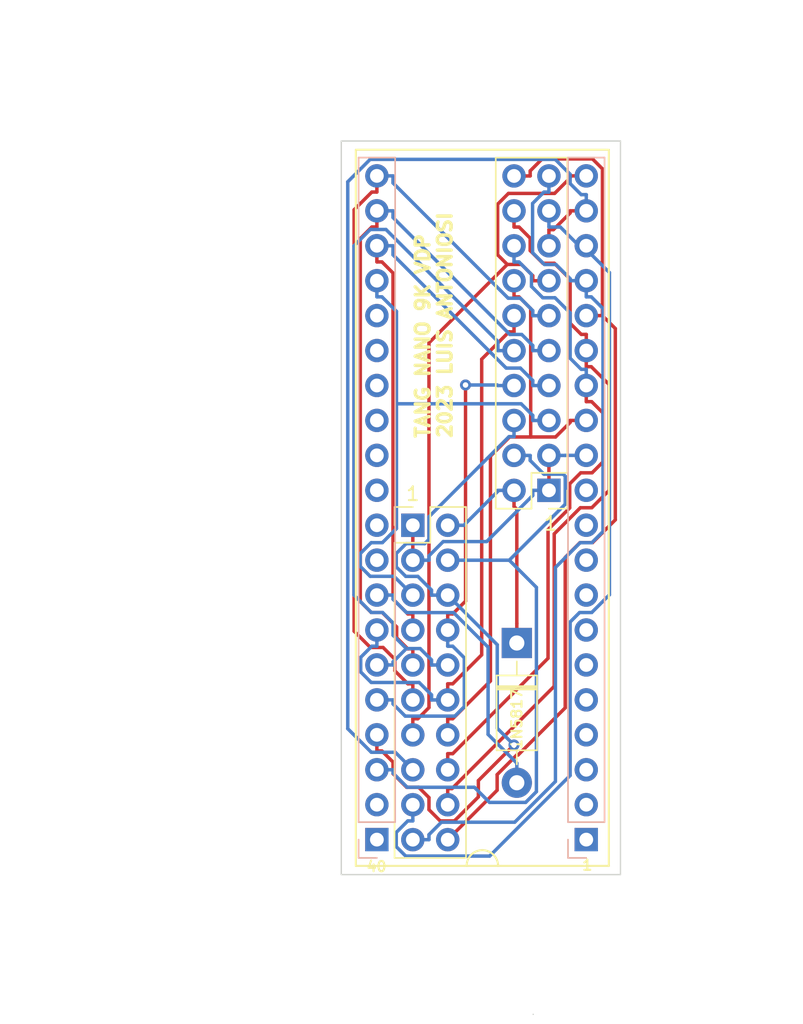
<source format=kicad_pcb>
(kicad_pcb (version 20221018) (generator pcbnew)
  (layers (0 "F.Cu" signal) (31 "B.Cu" signal) (34 "B.Paste" user) (35 "F.Paste" user) (36 "B.SilkS" user "B.Silkscreen") (37 "F.SilkS" user "F.Silkscreen") (38 "B.Mask" user) (39 "F.Mask" user) (44 "Edge.Cuts" user))
  (net 0 "")
  (net 1 "GND")
  (net 12 "VCC")
  (net 24 "COMVID")
  (net 25 "MODE")
  (net 26 "~{CSW}")
  (net 27 "~{CSR}")
  (net 28 "~{INT}")
  (net 29 "CD7")
  (net 30 "CD6")
  (net 31 "CD5")
  (net 32 "CD4")
  (net 33 "CD3")
  (net 34 "CD2")
  (net 35 "CD1")
  (net 36 "CD0")
  (net 37 "~{RESET}")
  (net 38 "GROMCLK")
  (net 39 "CPUCLK")
  (net 40 "EXTVDP")
  (net 41 "VCCO")
  (footprint "Diode_THT:D_DO-41_SOD81_P10.16mm_Horizontal" (layer "F.Cu") (at 172.1612 84.1248 -90)
    (fp_text reference "D1" hide)
    (fp_text value "1N5817")
    (fp_text user "${VALUE}" (at 5.5372 0 90) (layer "F.SilkS") (effects (font (size 0.75 0.75))))
    (fp_line (start 1.34 0) (end 2.36 0) (stroke (width 0.12)) (layer "F.SilkS"))
    (fp_line (start 2.36 -1.47) (end 2.36 1.47) (stroke (width 0.12)) (layer "F.SilkS"))
    (fp_line (start 2.36 1.47) (end 7.8 1.47) (stroke (width 0.12)) (layer "F.SilkS"))
    (fp_line (start 3.14 -1.47) (end 3.14 1.47) (stroke (width 0.12)) (layer "F.SilkS"))
    (fp_line (start 3.26 -1.47) (end 3.26 1.47) (stroke (width 0.12)) (layer "F.SilkS"))
    (fp_line (start 3.38 -1.47) (end 3.38 1.47) (stroke (width 0.12)) (layer "F.SilkS"))
    (fp_line (start 7.8 -1.47) (end 2.36 -1.47) (stroke (width 0.12)) (layer "F.SilkS"))
    (fp_line (start 7.8 1.47) (end 7.8 -1.47) (stroke (width 0.12)) (layer "F.SilkS"))
    (fp_line (start 8.82 0) (end 7.8 0) (stroke (width 0.12)) (layer "F.SilkS"))
    (pad "1" thru_hole rect (at 0 0 270) (size 2.2 2.2) (drill 1.1) (layers "*.Cu" "*.Mask") (net 41 "VCCO"))
    (pad "2" thru_hole oval (at 10.16 0 270) (size 2.2 2.2) (drill 1.1) (layers "*.Cu" "*.Mask") (net 12 "VCC"))
  )
  (footprint "Connector_PinHeader_2.54mm:PinHeader_2x10_P2.54mm_Vertical" (layer "F.Cu") (at 164.592 75.565)
    (fp_text reference "J3" hide)
    (fp_text value "Conn_02x10_Odd_Even")
    (fp_text user "1" (at 0 -2.286 180) (layer "F.SilkS"))
    (fp_line (start -1.33 -1.33) (end 0 -1.33) (stroke (width 0.12)) (layer "F.SilkS"))
    (fp_line (start -1.33 0) (end -1.33 -1.33) (stroke (width 0.12)) (layer "F.SilkS"))
    (fp_line (start -1.33 1.27) (end -1.33 24.19) (stroke (width 0.12)) (layer "F.SilkS"))
    (fp_line (start -1.33 1.27) (end 1.27 1.27) (stroke (width 0.12)) (layer "F.SilkS"))
    (fp_line (start -1.33 24.19) (end 3.87 24.19) (stroke (width 0.12)) (layer "F.SilkS"))
    (fp_line (start 1.27 -1.33) (end 3.87 -1.33) (stroke (width 0.12)) (layer "F.SilkS"))
    (fp_line (start 1.27 1.27) (end 1.27 -1.33) (stroke (width 0.12)) (layer "F.SilkS"))
    (fp_line (start 3.87 -1.33) (end 3.87 24.19) (stroke (width 0.12)) (layer "F.SilkS"))
    (pad "1" thru_hole rect (at 0 0) (size 1.7 1.7) (drill 1) (layers "*.Cu" "*.Mask") (net 1 "GND"))
    (pad "2" thru_hole oval (at 2.54 0) (size 1.7 1.7) (drill 1) (layers "*.Cu" "*.Mask") (net 41 "VCCO"))
    (pad "3" thru_hole oval (at 0 2.54) (size 1.7 1.7) (drill 1) (layers "*.Cu" "*.Mask") (net 1 "GND"))
    (pad "4" thru_hole oval (at 2.54 2.54) (size 1.7 1.7) (drill 1) (layers "*.Cu" "*.Mask") (net 39 "CPUCLK"))
    (pad "5" thru_hole oval (at 0 5.08) (size 1.7 1.7) (drill 1) (layers "*.Cu" "*.Mask") (net 36 "CD0"))
    (pad "6" thru_hole oval (at 2.54 5.08) (size 1.7 1.7) (drill 1) (layers "*.Cu" "*.Mask") (net 38 "GROMCLK"))
    (pad "7" thru_hole oval (at 0 7.62) (size 1.7 1.7) (drill 1) (layers "*.Cu" "*.Mask") (net 35 "CD1"))
    (pad "8" thru_hole oval (at 2.54 7.62) (size 1.7 1.7) (drill 1) (layers "*.Cu" "*.Mask") (net 24 "COMVID"))
    (pad "9" thru_hole oval (at 0 10.16) (size 1.7 1.7) (drill 1) (layers "*.Cu" "*.Mask") (net 34 "CD2"))
    (pad "10" thru_hole oval (at 2.54 10.16) (size 1.7 1.7) (drill 1) (layers "*.Cu" "*.Mask") (net 40 "EXTVDP"))
    (pad "11" thru_hole oval (at 0 12.7) (size 1.7 1.7) (drill 1) (layers "*.Cu" "*.Mask") (net 33 "CD3"))
    (pad "12" thru_hole oval (at 2.54 12.7) (size 1.7 1.7) (drill 1) (layers "*.Cu" "*.Mask") (net 37 "~{RESET}"))
    (pad "13" thru_hole oval (at 0 15.24) (size 1.7 1.7) (drill 1) (layers "*.Cu" "*.Mask") (net 32 "CD4"))
    (pad "14" thru_hole oval (at 2.54 15.24) (size 1.7 1.7) (drill 1) (layers "*.Cu" "*.Mask") (net 25 "MODE"))
    (pad "15" thru_hole oval (at 0 17.78) (size 1.7 1.7) (drill 1) (layers "*.Cu" "*.Mask") (net 31 "CD5"))
    (pad "16" thru_hole oval (at 2.54 17.78) (size 1.7 1.7) (drill 1) (layers "*.Cu" "*.Mask") (net 26 "~{CSW}"))
    (pad "17" thru_hole oval (at 0 20.32) (size 1.7 1.7) (drill 1) (layers "*.Cu" "*.Mask") (net 30 "CD6"))
    (pad "18" thru_hole oval (at 2.54 20.32) (size 1.7 1.7) (drill 1) (layers "*.Cu" "*.Mask") (net 27 "~{CSR}"))
    (pad "19" thru_hole oval (at 0 22.86) (size 1.7 1.7) (drill 1) (layers "*.Cu" "*.Mask") (net 29 "CD7"))
    (pad "20" thru_hole oval (at 2.54 22.86) (size 1.7 1.7) (drill 1) (layers "*.Cu" "*.Mask") (net 28 "~{INT}"))
  )
  (footprint "Connector_PinHeader_2.54mm:PinHeader_2x10_P2.54mm_Vertical" (layer "F.Cu") (at 174.498 73.025 180)
    (fp_text reference "J4" hide)
    (fp_text value "Conn_02x10_Odd_Even")
    (fp_text user "1" (at -0.127 -2.413 180) (layer "F.SilkS"))
    (fp_line (start -1.33 -1.33) (end 0 -1.33) (stroke (width 0.12)) (layer "F.SilkS"))
    (fp_line (start -1.33 0) (end -1.33 -1.33) (stroke (width 0.12)) (layer "F.SilkS"))
    (fp_line (start -1.33 1.27) (end -1.33 24.19) (stroke (width 0.12)) (layer "F.SilkS"))
    (fp_line (start -1.33 1.27) (end 1.27 1.27) (stroke (width 0.12)) (layer "F.SilkS"))
    (fp_line (start -1.33 24.19) (end 3.87 24.19) (stroke (width 0.12)) (layer "F.SilkS"))
    (fp_line (start 1.27 -1.33) (end 3.87 -1.33) (stroke (width 0.12)) (layer "F.SilkS"))
    (fp_line (start 1.27 1.27) (end 1.27 -1.33) (stroke (width 0.12)) (layer "F.SilkS"))
    (fp_line (start 3.87 -1.33) (end 3.87 24.19) (stroke (width 0.12)) (layer "F.SilkS"))
    (pad "1" thru_hole rect (at 0 0 180) (size 1.7 1.7) (drill 1) (layers "*.Cu" "*.Mask") (net 1 "GND"))
    (pad "2" thru_hole oval (at 2.54 0 180) (size 1.7 1.7) (drill 1) (layers "*.Cu" "*.Mask") (net 41 "VCCO"))
    (pad "3" thru_hole oval (at 0 2.54 180) (size 1.7 1.7) (drill 1) (layers "*.Cu" "*.Mask") (net 1 "GND"))
    (pad "4" thru_hole oval (at 2.54 2.54 180) (size 1.7 1.7) (drill 1) (layers "*.Cu" "*.Mask") (net 39 "CPUCLK"))
    (pad "5" thru_hole oval (at 0 5.08 180) (size 1.7 1.7) (drill 1) (layers "*.Cu" "*.Mask") (net 36 "CD0"))
    (pad "6" thru_hole oval (at 2.54 5.08 180) (size 1.7 1.7) (drill 1) (layers "*.Cu" "*.Mask") (net 38 "GROMCLK"))
    (pad "7" thru_hole oval (at 0 7.62 180) (size 1.7 1.7) (drill 1) (layers "*.Cu" "*.Mask") (net 35 "CD1"))
    (pad "8" thru_hole oval (at 2.54 7.62 180) (size 1.7 1.7) (drill 1) (layers "*.Cu" "*.Mask") (net 24 "COMVID"))
    (pad "9" thru_hole oval (at 0 10.16 180) (size 1.7 1.7) (drill 1) (layers "*.Cu" "*.Mask") (net 34 "CD2"))
    (pad "10" thru_hole oval (at 2.54 10.16 180) (size 1.7 1.7) (drill 1) (layers "*.Cu" "*.Mask") (net 40 "EXTVDP"))
    (pad "11" thru_hole oval (at 0 12.7 180) (size 1.7 1.7) (drill 1) (layers "*.Cu" "*.Mask") (net 33 "CD3"))
    (pad "12" thru_hole oval (at 2.54 12.7 180) (size 1.7 1.7) (drill 1) (layers "*.Cu" "*.Mask") (net 37 "~{RESET}"))
    (pad "13" thru_hole oval (at 0 15.24 180) (size 1.7 1.7) (drill 1) (layers "*.Cu" "*.Mask") (net 32 "CD4"))
    (pad "14" thru_hole oval (at 2.54 15.24 180) (size 1.7 1.7) (drill 1) (layers "*.Cu" "*.Mask") (net 25 "MODE"))
    (pad "15" thru_hole oval (at 0 17.78 180) (size 1.7 1.7) (drill 1) (layers "*.Cu" "*.Mask") (net 31 "CD5"))
    (pad "16" thru_hole oval (at 2.54 17.78 180) (size 1.7 1.7) (drill 1) (layers "*.Cu" "*.Mask") (net 26 "~{CSW}"))
    (pad "17" thru_hole oval (at 0 20.32 180) (size 1.7 1.7) (drill 1) (layers "*.Cu" "*.Mask") (net 30 "CD6"))
    (pad "18" thru_hole oval (at 2.54 20.32 180) (size 1.7 1.7) (drill 1) (layers "*.Cu" "*.Mask") (net 27 "~{CSR}"))
    (pad "19" thru_hole oval (at 0 22.86 180) (size 1.7 1.7) (drill 1) (layers "*.Cu" "*.Mask") (net 29 "CD7"))
    (pad "20" thru_hole oval (at 2.54 22.86 180) (size 1.7 1.7) (drill 1) (layers "*.Cu" "*.Mask") (net 28 "~{INT}"))
  )
  (footprint "Connector_PinHeader_2.54mm:PinHeader_1x20_P2.54mm_Vertical" (layer "B.Cu") (at 161.9758 98.42)
    (fp_text reference "J2" hide)
    (fp_text value "Conn_01x20")
    (fp_text user "1" (at 15.3162 1.8592) (layer "F.SilkS") (effects (font (size 0.75 0.75))))
    (fp_text user "40" (at -0.0254 1.9608) (layer "F.SilkS") (effects (font (size 0.75 0.75))))
    (fp_line (start -1.33 -49.59) (end 1.33 -49.59) (stroke (width 0.12)) (layer "B.SilkS"))
    (fp_line (start -1.33 -1.27) (end -1.33 -49.59) (stroke (width 0.12)) (layer "B.SilkS"))
    (fp_line (start -1.33 -1.27) (end 1.33 -1.27) (stroke (width 0.12)) (layer "B.SilkS"))
    (fp_line (start -1.33 0) (end -1.33 1.33) (stroke (width 0.12)) (layer "B.SilkS"))
    (fp_line (start -1.33 1.33) (end 0 1.33) (stroke (width 0.12)) (layer "B.SilkS"))
    (fp_line (start 1.33 -1.27) (end 1.33 -49.59) (stroke (width 0.12)) (layer "B.SilkS"))
    (pad "1" thru_hole rect (at 0 0) (size 1.7 1.7) (drill 1) (layers "*.Cu" "*.Mask"))
    (pad "2" thru_hole oval (at 0 -2.54) (size 1.7 1.7) (drill 1) (layers "*.Cu" "*.Mask"))
    (pad "3" thru_hole oval (at 0 -5.08) (size 1.7 1.7) (drill 1) (layers "*.Cu" "*.Mask") (net 39 "CPUCLK"))
    (pad "4" thru_hole oval (at 0 -7.62) (size 1.7 1.7) (drill 1) (layers "*.Cu" "*.Mask") (net 38 "GROMCLK"))
    (pad "5" thru_hole oval (at 0 -10.16) (size 1.7 1.7) (drill 1) (layers "*.Cu" "*.Mask") (net 24 "COMVID"))
    (pad "6" thru_hole oval (at 0 -12.7) (size 1.7 1.7) (drill 1) (layers "*.Cu" "*.Mask") (net 40 "EXTVDP"))
    (pad "7" thru_hole oval (at 0 -15.24) (size 1.7 1.7) (drill 1) (layers "*.Cu" "*.Mask") (net 37 "~{RESET}"))
    (pad "8" thru_hole oval (at 0 -17.78) (size 1.7 1.7) (drill 1) (layers "*.Cu" "*.Mask") (net 12 "VCC"))
    (pad "9" thru_hole oval (at 0 -20.32) (size 1.7 1.7) (drill 1) (layers "*.Cu" "*.Mask"))
    (pad "10" thru_hole oval (at 0 -22.86) (size 1.7 1.7) (drill 1) (layers "*.Cu" "*.Mask"))
    (pad "11" thru_hole oval (at 0 -25.4) (size 1.7 1.7) (drill 1) (layers "*.Cu" "*.Mask"))
    (pad "12" thru_hole oval (at 0 -27.94) (size 1.7 1.7) (drill 1) (layers "*.Cu" "*.Mask"))
    (pad "13" thru_hole oval (at 0 -30.48) (size 1.7 1.7) (drill 1) (layers "*.Cu" "*.Mask"))
    (pad "14" thru_hole oval (at 0 -33.02) (size 1.7 1.7) (drill 1) (layers "*.Cu" "*.Mask"))
    (pad "15" thru_hole oval (at 0 -35.56) (size 1.7 1.7) (drill 1) (layers "*.Cu" "*.Mask"))
    (pad "16" thru_hole oval (at 0 -38.1) (size 1.7 1.7) (drill 1) (layers "*.Cu" "*.Mask"))
    (pad "17" thru_hole oval (at 0 -40.64) (size 1.7 1.7) (drill 1) (layers "*.Cu" "*.Mask") (net 36 "CD0"))
    (pad "18" thru_hole oval (at 0 -43.18) (size 1.7 1.7) (drill 1) (layers "*.Cu" "*.Mask") (net 35 "CD1"))
    (pad "19" thru_hole oval (at 0 -45.72) (size 1.7 1.7) (drill 1) (layers "*.Cu" "*.Mask") (net 34 "CD2"))
    (pad "20" thru_hole oval (at 0 -48.26) (size 1.7 1.7) (drill 1) (layers "*.Cu" "*.Mask") (net 33 "CD3"))
  )
  (footprint "Connector_PinHeader_2.54mm:PinHeader_1x20_P2.54mm_Vertical" (layer "B.Cu") (at 177.2158 98.42)
    (fp_text reference "J1" hide)
    (fp_text value "Conn_01x20")
    (fp_line (start -1.33 -49.59) (end 1.33 -49.59) (stroke (width 0.12)) (layer "B.SilkS"))
    (fp_line (start -1.33 -1.27) (end -1.33 -49.59) (stroke (width 0.12)) (layer "B.SilkS"))
    (fp_line (start -1.33 -1.27) (end 1.33 -1.27) (stroke (width 0.12)) (layer "B.SilkS"))
    (fp_line (start -1.33 0) (end -1.33 1.33) (stroke (width 0.12)) (layer "B.SilkS"))
    (fp_line (start -1.33 1.33) (end 0 1.33) (stroke (width 0.12)) (layer "B.SilkS"))
    (fp_line (start 1.33 -1.27) (end 1.33 -49.59) (stroke (width 0.12)) (layer "B.SilkS"))
    (pad "1" thru_hole rect (at 0 0) (size 1.7 1.7) (drill 1) (layers "*.Cu" "*.Mask"))
    (pad "2" thru_hole oval (at 0 -2.54) (size 1.7 1.7) (drill 1) (layers "*.Cu" "*.Mask"))
    (pad "3" thru_hole oval (at 0 -5.08) (size 1.7 1.7) (drill 1) (layers "*.Cu" "*.Mask"))
    (pad "4" thru_hole oval (at 0 -7.62) (size 1.7 1.7) (drill 1) (layers "*.Cu" "*.Mask"))
    (pad "5" thru_hole oval (at 0 -10.16) (size 1.7 1.7) (drill 1) (layers "*.Cu" "*.Mask"))
    (pad "6" thru_hole oval (at 0 -12.7) (size 1.7 1.7) (drill 1) (layers "*.Cu" "*.Mask"))
    (pad "7" thru_hole oval (at 0 -15.24) (size 1.7 1.7) (drill 1) (layers "*.Cu" "*.Mask"))
    (pad "8" thru_hole oval (at 0 -17.78) (size 1.7 1.7) (drill 1) (layers "*.Cu" "*.Mask"))
    (pad "9" thru_hole oval (at 0 -20.32) (size 1.7 1.7) (drill 1) (layers "*.Cu" "*.Mask"))
    (pad "10" thru_hole oval (at 0 -22.86) (size 1.7 1.7) (drill 1) (layers "*.Cu" "*.Mask"))
    (pad "11" thru_hole oval (at 0 -25.4) (size 1.7 1.7) (drill 1) (layers "*.Cu" "*.Mask"))
    (pad "12" thru_hole oval (at 0 -27.94) (size 1.7 1.7) (drill 1) (layers "*.Cu" "*.Mask") (net 1 "GND"))
    (pad "13" thru_hole oval (at 0 -30.48) (size 1.7 1.7) (drill 1) (layers "*.Cu" "*.Mask") (net 25 "MODE"))
    (pad "14" thru_hole oval (at 0 -33.02) (size 1.7 1.7) (drill 1) (layers "*.Cu" "*.Mask") (net 26 "~{CSW}"))
    (pad "15" thru_hole oval (at 0 -35.56) (size 1.7 1.7) (drill 1) (layers "*.Cu" "*.Mask") (net 27 "~{CSR}"))
    (pad "16" thru_hole oval (at 0 -38.1) (size 1.7 1.7) (drill 1) (layers "*.Cu" "*.Mask") (net 28 "~{INT}"))
    (pad "17" thru_hole oval (at 0 -40.64) (size 1.7 1.7) (drill 1) (layers "*.Cu" "*.Mask") (net 29 "CD7"))
    (pad "18" thru_hole oval (at 0 -43.18) (size 1.7 1.7) (drill 1) (layers "*.Cu" "*.Mask") (net 30 "CD6"))
    (pad "19" thru_hole oval (at 0 -45.72) (size 1.7 1.7) (drill 1) (layers "*.Cu" "*.Mask") (net 31 "CD5"))
    (pad "20" thru_hole oval (at 0 -48.26) (size 1.7 1.7) (drill 1) (layers "*.Cu" "*.Mask") (net 32 "CD4"))
  )
  (gr_line (start 160.4441 48.26) (end 178.8591 48.26) (stroke (width 0.15)) (layer "F.SilkS"))
  (gr_line (start 160.4441 48.26) (end 160.4441 100.33) (stroke (width 0.15)) (layer "F.SilkS"))
  (gr_line (start 160.4441 100.33) (end 178.8591 100.33) (stroke (width 0.15)) (layer "F.SilkS"))
  (gr_arc (start 168.506838 100.33) (mid 169.6516 99.185238) (end 170.796362 100.33) (stroke (width 0.15)) (layer "F.SilkS"))
  (gr_line (start 178.8591 48.26) (end 178.8591 100.33) (stroke (width 0.15)) (layer "F.SilkS"))
  (gr_line (start 159.385 100.965) (end 159.385 47.625) (stroke (width 0.1)) (layer "Edge.Cuts"))
  (gr_line (start 173.355 111.125) (end 173.355 111.125) (stroke (width 0.1)) (layer "Edge.Cuts"))
  (gr_line (start 179.705 100.965) (end 159.385 100.965) (stroke (width 0.1)) (layer "Edge.Cuts"))
  (gr_line (start 179.705 47.625) (end 179.705 100.965) (stroke (width 0.1)) (layer "Edge.Cuts"))
  (gr_line (start 179.705 47.625) (end 159.385 47.625) (stroke (width 0.1)) (layer "Edge.Cuts"))
  (gr_text "TANG NANO 9K VDP\n2023 LUIS ANTONIOSI" (at 167.513 69.342 90) (layer "F.SilkS") (effects (font (size 1 1) (thickness 0.25) bold) (justify left bottom)))
  (segment (start 174.498 70.485) (end 174.498 73.025) (width 0.25) (layer "F.Cu") (net 1))
  (segment (start 164.592 78.105) (end 164.592 75.565) (width 0.25) (layer "F.Cu") (net 1))
  (segment (start 174.498 70.485) (end 175.6731 70.485) (width 0.25) (layer "B.Cu") (net 1))
  (segment (start 166.8035 76.7508) (end 165.7671 77.7872) (width 0.25) (layer "B.Cu") (net 1))
  (segment (start 175.6781 70.48) (end 175.6731 70.485) (width 0.25) (layer "B.Cu") (net 1))
  (segment (start 169.9643 76.7508) (end 166.8035 76.7508) (width 0.25) (layer "B.Cu") (net 1))
  (segment (start 177.2158 70.48) (end 175.6781 70.48) (width 0.25) (layer "B.Cu") (net 1))
  (segment (start 165.7671 77.7872) (end 165.7671 78.105) (width 0.25) (layer "B.Cu") (net 1))
  (segment (start 174.498 73.025) (end 173.3229 73.025) (width 0.25) (layer "B.Cu") (net 1))
  (segment (start 164.592 78.105) (end 165.7671 78.105) (width 0.25) (layer "B.Cu") (net 1))
  (segment (start 173.3229 73.025) (end 173.3229 73.3922) (width 0.25) (layer "B.Cu") (net 1))
  (segment (start 173.3229 73.3922) (end 169.9643 76.7508) (width 0.25) (layer "B.Cu") (net 1))
  (segment (start 163.1509 80.64) (end 163.1509 80.9338) (width 0.25) (layer "B.Cu") (net 12))
  (segment (start 167.5587 81.915) (end 170.0702 84.4265) (width 0.25) (layer "B.Cu") (net 12))
  (segment (start 164.1321 81.915) (end 167.5587 81.915) (width 0.25) (layer "B.Cu") (net 12))
  (segment (start 170.0702 84.4265) (end 170.0702 90.7687) (width 0.25) (layer "B.Cu") (net 12))
  (segment (start 172.1612 94.2848) (end 172.1612 92.8597) (width 0.25) (layer "B.Cu") (net 12))
  (segment (start 161.9758 80.64) (end 163.1509 80.64) (width 0.25) (layer "B.Cu") (net 12))
  (segment (start 163.1509 80.9338) (end 164.1321 81.915) (width 0.25) (layer "B.Cu") (net 12))
  (segment (start 170.0702 90.7687) (end 172.1612 92.8597) (width 0.25) (layer "B.Cu") (net 12))
  (segment (start 168.4272 81.082) (end 168.4272 65.3642) (width 0.25) (layer "F.Cu") (net 24))
  (segment (start 167.132 82.0099) (end 167.4993 82.0099) (width 0.25) (layer "F.Cu") (net 24))
  (segment (start 167.132 83.185) (end 167.132 82.0099) (width 0.25) (layer "F.Cu") (net 24))
  (segment (start 167.4993 82.0099) (end 168.4272 81.082) (width 0.25) (layer "F.Cu") (net 24))
  (via (at 168.4272 65.3642) (size 0.8) (drill 0.4) (layers "F.Cu" "B.Cu") (net 24))
  (segment (start 167.4972 84.3601) (end 167.132 84.3601) (width 0.25) (layer "B.Cu") (net 24))
  (segment (start 170.7829 65.405) (end 170.7421 65.3642) (width 0.25) (layer "B.Cu") (net 24))
  (segment (start 161.9758 88.26) (end 163.1509 88.26) (width 0.25) (layer "B.Cu") (net 24))
  (segment (start 168.3383 85.2012) (end 167.4972 84.3601) (width 0.25) (layer "B.Cu") (net 24))
  (segment (start 168.3383 88.7543) (end 168.3383 85.2012) (width 0.25) (layer "B.Cu") (net 24))
  (segment (start 163.1509 88.5538) (end 164.0384 89.4413) (width 0.25) (layer "B.Cu") (net 24))
  (segment (start 167.6513 89.4413) (end 168.3383 88.7543) (width 0.25) (layer "B.Cu") (net 24))
  (segment (start 171.958 65.405) (end 170.7829 65.405) (width 0.25) (layer "B.Cu") (net 24))
  (segment (start 170.7421 65.3642) (end 168.4272 65.3642) (width 0.25) (layer "B.Cu") (net 24))
  (segment (start 163.1509 88.26) (end 163.1509 88.5538) (width 0.25) (layer "B.Cu") (net 24))
  (segment (start 167.132 83.185) (end 167.132 84.3601) (width 0.25) (layer "B.Cu") (net 24))
  (segment (start 164.0384 89.4413) (end 167.6513 89.4413) (width 0.25) (layer "B.Cu") (net 24))
  (segment (start 170.2416 70.5373) (end 171.6344 69.1445) (width 0.25) (layer "F.Cu") (net 25))
  (segment (start 173.1714 69.1445) (end 173.1714 59.8083) (width 0.25) (layer "F.Cu") (net 25))
  (segment (start 174.9831 69.1445) (end 173.1714 69.1445) (width 0.25) (layer "F.Cu") (net 25))
  (segment (start 167.132 90.805) (end 167.132 89.6299) (width 0.25) (layer "F.Cu") (net 25))
  (segment (start 167.4972 89.6299) (end 170.2416 86.8855) (width 0.25) (layer "F.Cu") (net 25))
  (segment (start 176.0407 67.94) (end 176.0407 68.0869) (width 0.25) (layer "F.Cu") (net 25))
  (segment (start 167.132 89.6299) (end 167.4972 89.6299) (width 0.25) (layer "F.Cu") (net 25))
  (segment (start 172.3232 58.9601) (end 171.958 58.9601) (width 0.25) (layer "F.Cu") (net 25))
  (segment (start 171.6344 69.1445) (end 173.1714 69.1445) (width 0.25) (layer "F.Cu") (net 25))
  (segment (start 177.2158 67.94) (end 176.0407 67.94) (width 0.25) (layer "F.Cu") (net 25))
  (segment (start 170.2416 86.8855) (end 170.2416 70.5373) (width 0.25) (layer "F.Cu") (net 25))
  (segment (start 171.958 57.785) (end 171.958 58.9601) (width 0.25) (layer "F.Cu") (net 25))
  (segment (start 173.1714 59.8083) (end 172.3232 58.9601) (width 0.25) (layer "F.Cu") (net 25))
  (segment (start 176.0407 68.0869) (end 174.9831 69.1445) (width 0.25) (layer "F.Cu") (net 25))
  (segment (start 177.2158 65.4) (end 177.2158 66.5751) (width 0.25) (layer "F.Cu") (net 26))
  (segment (start 174.4335 85.2336) (end 167.4972 92.1699) (width 0.25) (layer "F.Cu") (net 26))
  (segment (start 167.4972 92.1699) (end 167.132 92.1699) (width 0.25) (layer "F.Cu") (net 26))
  (segment (start 177.2158 66.5751) (end 177.6071 66.5751) (width 0.25) (layer "F.Cu") (net 26))
  (segment (start 176.0102 74.3042) (end 174.4335 75.8809) (width 0.25) (layer "F.Cu") (net 26))
  (segment (start 174.4335 75.8809) (end 174.4335 85.2336) (width 0.25) (layer "F.Cu") (net 26))
  (segment (start 176.0102 72.55) (end 176.0102 74.3042) (width 0.25) (layer "F.Cu") (net 26))
  (segment (start 178.4301 67.3981) (end 178.4301 70.9593) (width 0.25) (layer "F.Cu") (net 26))
  (segment (start 177.6071 66.5751) (end 178.4301 67.3981) (width 0.25) (layer "F.Cu") (net 26))
  (segment (start 178.4301 70.9593) (end 177.6394 71.75) (width 0.25) (layer "F.Cu") (net 26))
  (segment (start 176.8102 71.75) (end 176.0102 72.55) (width 0.25) (layer "F.Cu") (net 26))
  (segment (start 177.6394 71.75) (end 176.8102 71.75) (width 0.25) (layer "F.Cu") (net 26))
  (segment (start 167.132 93.345) (end 167.132 92.1699) (width 0.25) (layer "F.Cu") (net 26))
  (segment (start 176.0407 63.4171) (end 176.0407 60.1236) (width 0.25) (layer "B.Cu") (net 26))
  (segment (start 172.3232 56.4201) (end 171.958 56.4201) (width 0.25) (layer "B.Cu") (net 26))
  (segment (start 174.9397 59.0226) (end 174.0509 59.0226) (width 0.25) (layer "B.Cu") (net 26))
  (segment (start 176.0407 60.1236) (end 174.9397 59.0226) (width 0.25) (layer "B.Cu") (net 26))
  (segment (start 173.228 58.1997) (end 173.228 57.3249) (width 0.25) (layer "B.Cu") (net 26))
  (segment (start 177.2158 64.2249) (end 176.8485 64.2249) (width 0.25) (layer "B.Cu") (net 26))
  (segment (start 171.958 55.245) (end 171.958 56.4201) (width 0.25) (layer "B.Cu") (net 26))
  (segment (start 174.0509 59.0226) (end 173.228 58.1997) (width 0.25) (layer "B.Cu") (net 26))
  (segment (start 177.2158 65.4) (end 177.2158 64.2249) (width 0.25) (layer "B.Cu") (net 26))
  (segment (start 173.228 57.3249) (end 172.3232 56.4201) (width 0.25) (layer "B.Cu") (net 26))
  (segment (start 176.8485 64.2249) (end 176.0407 63.4171) (width 0.25) (layer "B.Cu") (net 26))
  (segment (start 178.8802 73.0277) (end 178.8802 65.3343) (width 0.25) (layer "F.Cu") (net 27))
  (segment (start 176.0407 60.8771) (end 176.0407 57.6645) (width 0.25) (layer "F.Cu") (net 27))
  (segment (start 177.2158 62.86) (end 177.2158 64.0351) (width 0.25) (layer "F.Cu") (net 27))
  (segment (start 177.581 64.0351) (end 177.2158 64.0351) (width 0.25) (layer "F.Cu") (net 27))
  (segment (start 176.7837 74.29) (end 177.6179 74.29) (width 0.25) (layer "F.Cu") (net 27))
  (segment (start 174.8837 76.19) (end 176.7837 74.29) (width 0.25) (layer "F.Cu") (net 27))
  (segment (start 174.8912 56.515) (end 174.0575 56.515) (width 0.25) (layer "F.Cu") (net 27))
  (segment (start 176.0407 57.6645) (end 174.8912 56.515) (width 0.25) (layer "F.Cu") (net 27))
  (segment (start 173.1332 55.5907) (end 173.1332 54.6901) (width 0.25) (layer "F.Cu") (net 27))
  (segment (start 176.8485 61.6849) (end 176.0407 60.8771) (width 0.25) (layer "F.Cu") (net 27))
  (segment (start 177.6179 74.29) (end 178.8802 73.0277) (width 0.25) (layer "F.Cu") (net 27))
  (segment (start 167.132 94.7099) (end 167.4453 94.7099) (width 0.25) (layer "F.Cu") (net 27))
  (segment (start 172.3232 53.8801) (end 171.958 53.8801) (width 0.25) (layer "F.Cu") (net 27))
  (segment (start 178.8802 65.3343) (end 177.581 64.0351) (width 0.25) (layer "F.Cu") (net 27))
  (segment (start 171.958 52.705) (end 171.958 53.8801) (width 0.25) (layer "F.Cu") (net 27))
  (segment (start 167.4453 94.7099) (end 174.8837 87.2715) (width 0.25) (layer "F.Cu") (net 27))
  (segment (start 173.1332 54.6901) (end 172.3232 53.8801) (width 0.25) (layer "F.Cu") (net 27))
  (segment (start 167.132 95.885) (end 167.132 94.7099) (width 0.25) (layer "F.Cu") (net 27))
  (segment (start 177.2158 61.6849) (end 176.8485 61.6849) (width 0.25) (layer "F.Cu") (net 27))
  (segment (start 174.0575 56.515) (end 173.1332 55.5907) (width 0.25) (layer "F.Cu") (net 27))
  (segment (start 177.2158 62.86) (end 177.2158 61.6849) (width 0.25) (layer "F.Cu") (net 27))
  (segment (start 174.8837 87.2715) (end 174.8837 76.19) (width 0.25) (layer "F.Cu") (net 27))
  (segment (start 179.3303 61.2594) (end 178.3909 60.32) (width 0.25) (layer "F.Cu") (net 28))
  (segment (start 170.7295 94.8275) (end 170.7295 93.6942) (width 0.25) (layer "F.Cu") (net 28))
  (segment (start 174.003 48.9279) (end 173.1331 49.7978) (width 0.25) (layer "F.Cu") (net 28))
  (segment (start 172.2558 92.2655) (end 175.6836 88.8377) (width 0.25) (layer "F.Cu") (net 28))
  (segment (start 179.3303 75.168) (end 179.3303 61.2594) (width 0.25) (layer "F.Cu") (net 28))
  (segment (start 171.958 50.165) (end 173.1331 50.165) (width 0.25) (layer "F.Cu") (net 28))
  (segment (start 176.7527 76.83) (end 177.6683 76.83) (width 0.25) (layer "F.Cu") (net 28))
  (segment (start 175.6836 77.8991) (end 176.7527 76.83) (width 0.25) (layer "F.Cu") (net 28))
  (segment (start 177.6683 76.83) (end 179.3303 75.168) (width 0.25) (layer "F.Cu") (net 28))
  (segment (start 167.132 98.425) (end 170.7295 94.8275) (width 0.25) (layer "F.Cu") (net 28))
  (segment (start 172.1582 92.2655) (end 172.2558 92.2655) (width 0.25) (layer "F.Cu") (net 28))
  (segment (start 177.6715 48.9279) (end 174.003 48.9279) (width 0.25) (layer "F.Cu") (net 28))
  (segment (start 177.2158 60.32) (end 178.3909 60.32) (width 0.25) (layer "F.Cu") (net 28))
  (segment (start 173.1331 49.7978) (end 173.1331 50.165) (width 0.25) (layer "F.Cu") (net 28))
  (segment (start 170.7295 93.6942) (end 172.1582 92.2655) (width 0.25) (layer "F.Cu") (net 28))
  (segment (start 175.6836 88.8377) (end 175.6836 77.8991) (width 0.25) (layer "F.Cu") (net 28))
  (segment (start 178.3909 49.6473) (end 177.6715 48.9279) (width 0.25) (layer "F.Cu") (net 28))
  (segment (start 178.3909 60.32) (end 178.3909 49.6473) (width 0.25) (layer "F.Cu") (net 28))
  (segment (start 177.2158 57.78) (end 177.2158 58.9551) (width 0.25) (layer "B.Cu") (net 29))
  (segment (start 173.3075 52.1653) (end 174.1327 51.3401) (width 0.25) (layer "B.Cu") (net 29))
  (segment (start 174.498 50.165) (end 174.498 51.3401) (width 0.25) (layer "B.Cu") (net 29))
  (segment (start 165.7671 98.425) (end 165.7671 98.0597) (width 0.25) (layer "B.Cu") (net 29))
  (segment (start 177.2158 57.78) (end 176.0407 57.78) (width 0.25) (layer "B.Cu") (net 29))
  (segment (start 174.9728 94.1912) (end 174.9728 78.632) (width 0.25) (layer "B.Cu") (net 29))
  (segment (start 177.6232 76.83) (end 178.4334 76.0198) (width 0.25) (layer "B.Cu") (net 29))
  (segment (start 176.0407 57.633) (end 175.0126 56.6049) (width 0.25) (layer "B.Cu") (net 29))
  (segment (start 176.0407 57.78) (end 176.0407 57.633) (width 0.25) (layer "B.Cu") (net 29))
  (segment (start 176.7748 76.83) (end 177.6232 76.83) (width 0.25) (layer "B.Cu") (net 29))
  (segment (start 178.4334 76.0198) (end 178.4334 59.8075) (width 0.25) (layer "B.Cu") (net 29))
  (segment (start 166.6718 97.155) (end 172.009 97.155) (width 0.25) (layer "B.Cu") (net 29))
  (segment (start 164.592 98.425) (end 165.7671 98.425) (width 0.25) (layer "B.Cu") (net 29))
  (segment (start 177.581 58.9551) (end 177.2158 58.9551) (width 0.25) (layer "B.Cu") (net 29))
  (segment (start 178.4334 59.8075) (end 177.581 58.9551) (width 0.25) (layer "B.Cu") (net 29))
  (segment (start 172.009 97.155) (end 174.9728 94.1912) (width 0.25) (layer "B.Cu") (net 29))
  (segment (start 174.1327 51.3401) (end 174.498 51.3401) (width 0.25) (layer "B.Cu") (net 29))
  (segment (start 173.3075 55.7392) (end 173.3075 52.1653) (width 0.25) (layer "B.Cu") (net 29))
  (segment (start 165.7671 98.0597) (end 166.6718 97.155) (width 0.25) (layer "B.Cu") (net 29))
  (segment (start 174.9728 78.632) (end 176.7748 76.83) (width 0.25) (layer "B.Cu") (net 29))
  (segment (start 174.1732 56.6049) (end 173.3075 55.7392) (width 0.25) (layer "B.Cu") (net 29))
  (segment (start 175.0126 56.6049) (end 174.1732 56.6049) (width 0.25) (layer "B.Cu") (net 29))
  (segment (start 177.6099 81.91) (end 178.9027 80.6172) (width 0.25) (layer "B.Cu") (net 30))
  (segment (start 178.9027 80.6172) (end 178.9027 57.1925) (width 0.25) (layer "B.Cu") (net 30))
  (segment (start 175.3246 53.8801) (end 174.498 53.8801) (width 0.25) (layer "B.Cu") (net 30))
  (segment (start 176.0406 93.7601) (end 176.0406 82.5965) (width 0.25) (layer "B.Cu") (net 30))
  (segment (start 164.0736 99.6173) (end 170.1834 99.6173) (width 0.25) (layer "B.Cu") (net 30))
  (segment (start 176.7271 81.91) (end 177.6099 81.91) (width 0.25) (layer "B.Cu") (net 30))
  (segment (start 164.592 97.0601) (end 164.2267 97.0601) (width 0.25) (layer "B.Cu") (net 30))
  (segment (start 163.3859 97.9009) (end 163.3859 98.9296) (width 0.25) (layer "B.Cu") (net 30))
  (segment (start 164.592 95.885) (end 164.592 97.0601) (width 0.25) (layer "B.Cu") (net 30))
  (segment (start 176.6845 55.24) (end 175.3246 53.8801) (width 0.25) (layer "B.Cu") (net 30))
  (segment (start 176.0406 82.5965) (end 176.7271 81.91) (width 0.25) (layer "B.Cu") (net 30))
  (segment (start 178.9027 57.1925) (end 176.9502 55.24) (width 0.25) (layer "B.Cu") (net 30))
  (segment (start 170.1834 99.6173) (end 176.0406 93.7601) (width 0.25) (layer "B.Cu") (net 30))
  (segment (start 176.9502 55.24) (end 176.6845 55.24) (width 0.25) (layer "B.Cu") (net 30))
  (segment (start 177.2158 55.24) (end 176.9502 55.24) (width 0.25) (layer "B.Cu") (net 30))
  (segment (start 163.3859 98.9296) (end 164.0736 99.6173) (width 0.25) (layer "B.Cu") (net 30))
  (segment (start 174.498 52.705) (end 174.498 53.8801) (width 0.25) (layer "B.Cu") (net 30))
  (segment (start 164.2267 97.0601) (end 163.3859 97.9009) (width 0.25) (layer "B.Cu") (net 30))
  (segment (start 174.498 55.245) (end 174.498 54.0699) (width 0.25) (layer "F.Cu") (net 31))
  (segment (start 176.0407 52.8571) (end 174.8279 54.0699) (width 0.25) (layer "F.Cu") (net 31))
  (segment (start 174.8279 54.0699) (end 174.498 54.0699) (width 0.25) (layer "F.Cu") (net 31))
  (segment (start 176.0407 52.7) (end 176.0407 52.8571) (width 0.25) (layer "F.Cu") (net 31))
  (segment (start 177.2158 52.7) (end 176.0407 52.7) (width 0.25) (layer "F.Cu") (net 31))
  (segment (start 176.8485 51.5249) (end 176.0407 50.7171) (width 0.25) (layer "B.Cu") (net 31))
  (segment (start 177.2158 52.7) (end 177.2158 51.5249) (width 0.25) (layer "B.Cu") (net 31))
  (segment (start 176.0407 50.0416) (end 174.9594 48.9603) (width 0.25) (layer "B.Cu") (net 31))
  (segment (start 161.4861 48.9603) (end 159.8564 50.59) (width 0.25) (layer "B.Cu") (net 31))
  (segment (start 163.317 92.07) (end 164.592 93.345) (width 0.25) (layer "B.Cu") (net 31))
  (segment (start 159.8564 90.356) (end 161.5704 92.07) (width 0.25) (layer "B.Cu") (net 31))
  (segment (start 174.9594 48.9603) (end 161.4861 48.9603) (width 0.25) (layer "B.Cu") (net 31))
  (segment (start 159.8564 50.59) (end 159.8564 90.356) (width 0.25) (layer "B.Cu") (net 31))
  (segment (start 161.5704 92.07) (end 163.317 92.07) (width 0.25) (layer "B.Cu") (net 31))
  (segment (start 177.2158 51.5249) (end 176.8485 51.5249) (width 0.25) (layer "B.Cu") (net 31))
  (segment (start 176.0407 50.7171) (end 176.0407 50.0416) (width 0.25) (layer "B.Cu") (net 31))
  (segment (start 171.4672 56.5999) (end 172.503 56.5999) (width 0.25) (layer "F.Cu") (net 32))
  (segment (start 174.9126 51.435) (end 171.5514 51.435) (width 0.25) (layer "F.Cu") (net 32))
  (segment (start 177.2158 50.16) (end 176.0407 50.16) (width 0.25) (layer "F.Cu") (net 32))
  (segment (start 164.592 90.805) (end 164.592 89.6299) (width 0.25) (layer "F.Cu") (net 32))
  (segment (start 164.592 89.6299) (end 164.9593 89.6299) (width 0.25) (layer "F.Cu") (net 32))
  (segment (start 165.7671 62.3) (end 171.4672 56.5999) (width 0.25) (layer "F.Cu") (net 32))
  (segment (start 172.503 56.5999) (end 173.3229 57.4198) (width 0.25) (layer "F.Cu") (net 32))
  (segment (start 165.7671 88.8221) (end 165.7671 62.3) (width 0.25) (layer "F.Cu") (net 32))
  (segment (start 173.3229 57.4198) (end 173.3229 57.785) (width 0.25) (layer "F.Cu") (net 32))
  (segment (start 176.0407 50.16) (end 176.0407 50.3069) (width 0.25) (layer "F.Cu") (net 32))
  (segment (start 176.0407 50.3069) (end 174.9126 51.435) (width 0.25) (layer "F.Cu") (net 32))
  (segment (start 164.9593 89.6299) (end 165.7671 88.8221) (width 0.25) (layer "F.Cu") (net 32))
  (segment (start 174.498 57.785) (end 173.3229 57.785) (width 0.25) (layer "F.Cu") (net 32))
  (segment (start 170.765 55.8977) (end 171.4672 56.5999) (width 0.25) (layer "F.Cu") (net 32))
  (segment (start 171.5514 51.435) (end 170.765 52.2214) (width 0.25) (layer "F.Cu") (net 32))
  (segment (start 170.765 52.2214) (end 170.765 55.8977) (width 0.25) (layer "F.Cu") (net 32))
  (segment (start 161.9758 51.3351) (end 161.6086 51.3351) (width 0.25) (layer "F.Cu") (net 33))
  (segment (start 162.4289 84.45) (end 163.2814 85.3025) (width 0.25) (layer "F.Cu") (net 33))
  (segment (start 160.3182 52.6255) (end 160.3182 83.264) (width 0.25) (layer "F.Cu") (net 33))
  (segment (start 164.592 88.265) (end 164.592 87.0899) (width 0.25) (layer "F.Cu") (net 33))
  (segment (start 161.5042 84.45) (end 162.4289 84.45) (width 0.25) (layer "F.Cu") (net 33))
  (segment (start 160.3182 83.264) (end 161.5042 84.45) (width 0.25) (layer "F.Cu") (net 33))
  (segment (start 164.2267 87.0899) (end 164.592 87.0899) (width 0.25) (layer "F.Cu") (net 33))
  (segment (start 163.2814 86.1446) (end 164.2267 87.0899) (width 0.25) (layer "F.Cu") (net 33))
  (segment (start 163.2814 85.3025) (end 163.2814 86.1446) (width 0.25) (layer "F.Cu") (net 33))
  (segment (start 161.9758 50.16) (end 161.9758 51.3351) (width 0.25) (layer "F.Cu") (net 33))
  (segment (start 161.6086 51.3351) (end 160.3182 52.6255) (width 0.25) (layer "F.Cu") (net 33))
  (segment (start 173.3229 59.9598) (end 173.3229 60.325) (width 0.25) (layer "B.Cu") (net 33))
  (segment (start 172.4181 59.055) (end 173.3229 59.9598) (width 0.25) (layer "B.Cu") (net 33))
  (segment (start 174.498 60.325) (end 173.3229 60.325) (width 0.25) (layer "B.Cu") (net 33))
  (segment (start 161.9758 50.16) (end 163.1509 50.16) (width 0.25) (layer "B.Cu") (net 33))
  (segment (start 163.1509 50.16) (end 163.1509 50.6741) (width 0.25) (layer "B.Cu") (net 33))
  (segment (start 163.1509 50.6741) (end 171.5318 59.055) (width 0.25) (layer "B.Cu") (net 33))
  (segment (start 171.5318 59.055) (end 172.4181 59.055) (width 0.25) (layer "B.Cu") (net 33))
  (segment (start 162.3699 81.91) (end 161.569 81.91) (width 0.25) (layer "F.Cu") (net 34))
  (segment (start 164.2247 84.5499) (end 163.4169 83.7421) (width 0.25) (layer "F.Cu") (net 34))
  (segment (start 160.7683 81.1093) (end 160.7683 54.7173) (width 0.25) (layer "F.Cu") (net 34))
  (segment (start 163.4169 82.957) (end 162.3699 81.91) (width 0.25) (layer "F.Cu") (net 34))
  (segment (start 161.569 81.91) (end 160.7683 81.1093) (width 0.25) (layer "F.Cu") (net 34))
  (segment (start 163.4169 83.7421) (end 163.4169 82.957) (width 0.25) (layer "F.Cu") (net 34))
  (segment (start 160.7683 54.7173) (end 161.6105 53.8751) (width 0.25) (layer "F.Cu") (net 34))
  (segment (start 164.592 84.5499) (end 164.2247 84.5499) (width 0.25) (layer "F.Cu") (net 34))
  (segment (start 161.6105 53.8751) (end 161.9758 53.8751) (width 0.25) (layer "F.Cu") (net 34))
  (segment (start 161.9758 52.7) (end 161.9758 53.8751) (width 0.25) (layer "F.Cu") (net 34))
  (segment (start 164.592 85.725) (end 164.592 84.5499) (width 0.25) (layer "F.Cu") (net 34))
  (segment (start 163.1509 53.187) (end 163.1509 52.7) (width 0.25) (layer "B.Cu") (net 34))
  (segment (start 161.9758 52.7) (end 163.1509 52.7) (width 0.25) (layer "B.Cu") (net 34))
  (segment (start 173.3229 62.865) (end 173.3229 62.4977) (width 0.25) (layer "B.Cu") (net 34))
  (segment (start 172.5151 61.6899) (end 171.6538 61.6899) (width 0.25) (layer "B.Cu") (net 34))
  (segment (start 171.6538 61.6899) (end 163.1509 53.187) (width 0.25) (layer "B.Cu") (net 34))
  (segment (start 173.3229 62.4977) (end 172.5151 61.6899) (width 0.25) (layer "B.Cu") (net 34))
  (segment (start 174.498 62.865) (end 173.3229 62.865) (width 0.25) (layer "B.Cu") (net 34))
  (segment (start 163.1509 57.2229) (end 163.1509 80.9341) (width 0.25) (layer "F.Cu") (net 35))
  (segment (start 163.1509 80.9341) (end 164.2267 82.0099) (width 0.25) (layer "F.Cu") (net 35))
  (segment (start 162.3431 56.4151) (end 163.1509 57.2229) (width 0.25) (layer "F.Cu") (net 35))
  (segment (start 164.2267 82.0099) (end 164.592 82.0099) (width 0.25) (layer "F.Cu") (net 35))
  (segment (start 161.9758 56.4151) (end 162.3431 56.4151) (width 0.25) (layer "F.Cu") (net 35))
  (segment (start 164.592 83.185) (end 164.592 82.0099) (width 0.25) (layer "F.Cu") (net 35))
  (segment (start 161.9758 55.24) (end 161.9758 56.4151) (width 0.25) (layer "F.Cu") (net 35))
  (segment (start 173.3229 65.0398) (end 173.3229 65.405) (width 0.25) (layer "B.Cu") (net 35))
  (segment (start 174.498 65.405) (end 173.3229 65.405) (width 0.25) (layer "B.Cu") (net 35))
  (segment (start 163.1509 55.24) (end 163.1509 55.901) (width 0.25) (layer "B.Cu") (net 35))
  (segment (start 163.1509 55.901) (end 171.3849 64.135) (width 0.25) (layer "B.Cu") (net 35))
  (segment (start 161.9758 55.24) (end 163.1509 55.24) (width 0.25) (layer "B.Cu") (net 35))
  (segment (start 171.3849 64.135) (end 172.4181 64.135) (width 0.25) (layer "B.Cu") (net 35))
  (segment (start 172.4181 64.135) (end 173.3229 65.0398) (width 0.25) (layer "B.Cu") (net 35))
  (segment (start 162.3431 58.9551) (end 163.4018 60.0138) (width 0.25) (layer "B.Cu") (net 36))
  (segment (start 163.4018 66.7315) (end 172.4746 66.7315) (width 0.25) (layer "B.Cu") (net 36))
  (segment (start 161.4889 79.2752) (end 163.2222 79.2752) (width 0.25) (layer "B.Cu") (net 36))
  (segment (start 162.3737 76.83) (end 161.5602 76.83) (width 0.25) (layer "B.Cu") (net 36))
  (segment (start 173.3229 67.5798) (end 173.3229 67.945) (width 0.25) (layer "B.Cu") (net 36))
  (segment (start 172.4746 66.7315) (end 173.3229 67.5798) (width 0.25) (layer "B.Cu") (net 36))
  (segment (start 163.4018 66.7315) (end 163.4018 75.8019) (width 0.25) (layer "B.Cu") (net 36))
  (segment (start 163.4018 60.0138) (end 163.4018 66.7315) (width 0.25) (layer "B.Cu") (net 36))
  (segment (start 163.2222 79.2752) (end 164.592 80.645) (width 0.25) (layer "B.Cu") (net 36))
  (segment (start 161.5602 76.83) (end 160.7659 77.6243) (width 0.25) (layer "B.Cu") (net 36))
  (segment (start 174.498 67.945) (end 173.3229 67.945) (width 0.25) (layer "B.Cu") (net 36))
  (segment (start 160.7659 77.6243) (end 160.7659 78.5522) (width 0.25) (layer "B.Cu") (net 36))
  (segment (start 163.4018 75.8019) (end 162.3737 76.83) (width 0.25) (layer "B.Cu") (net 36))
  (segment (start 161.9758 58.9551) (end 162.3431 58.9551) (width 0.25) (layer "B.Cu") (net 36))
  (segment (start 161.9758 57.78) (end 161.9758 58.9551) (width 0.25) (layer "B.Cu") (net 36))
  (segment (start 160.7659 78.5522) (end 161.4889 79.2752) (width 0.25) (layer "B.Cu") (net 36))
  (segment (start 171.958 60.325) (end 171.958 61.5001) (width 0.25) (layer "F.Cu") (net 37))
  (segment (start 167.4992 87.0899) (end 167.132 87.0899) (width 0.25) (layer "F.Cu") (net 37))
  (segment (start 169.6049 84.9842) (end 167.4992 87.0899) (width 0.25) (layer "F.Cu") (net 37))
  (segment (start 167.132 88.265) (end 167.132 87.0899) (width 0.25) (layer "F.Cu") (net 37))
  (segment (start 171.958 61.5001) (end 171.5927 61.5001) (width 0.25) (layer "F.Cu") (net 37))
  (segment (start 171.5927 61.5001) (end 169.6049 63.4879) (width 0.25) (layer "F.Cu") (net 37))
  (segment (start 169.6049 63.4879) (end 169.6049 84.9842) (width 0.25) (layer "F.Cu") (net 37))
  (segment (start 165.0521 86.995) (end 165.9569 87.8998) (width 0.25) (layer "B.Cu") (net 37))
  (segment (start 167.132 88.265) (end 165.9569 88.265) (width 0.25) (layer "B.Cu") (net 37))
  (segment (start 161.6086 84.3551) (end 160.7981 85.1656) (width 0.25) (layer "B.Cu") (net 37))
  (segment (start 161.9758 83.18) (end 161.9758 84.3551) (width 0.25) (layer "B.Cu") (net 37))
  (segment (start 161.5659 86.995) (end 165.0521 86.995) (width 0.25) (layer "B.Cu") (net 37))
  (segment (start 161.9758 84.3551) (end 161.6086 84.3551) (width 0.25) (layer "B.Cu") (net 37))
  (segment (start 160.7981 85.1656) (end 160.7981 86.2272) (width 0.25) (layer "B.Cu") (net 37))
  (segment (start 165.9569 87.8998) (end 165.9569 88.265) (width 0.25) (layer "B.Cu") (net 37))
  (segment (start 160.7981 86.2272) (end 161.5659 86.995) (width 0.25) (layer "B.Cu") (net 37))
  (segment (start 163.1509 92.7829) (end 163.1509 93.625) (width 0.25) (layer "F.Cu") (net 38))
  (segment (start 164.1409 94.615) (end 165.0166 94.615) (width 0.25) (layer "F.Cu") (net 38))
  (segment (start 161.9758 90.8) (end 161.9758 91.9751) (width 0.25) (layer "F.Cu") (net 38))
  (segment (start 165.7671 96.2442) (end 166.5841 97.0612) (width 0.25) (layer "F.Cu") (net 38))
  (segment (start 161.9758 91.9751) (end 162.3431 91.9751) (width 0.25) (layer "F.Cu") (net 38))
  (segment (start 165.7671 95.3655) (end 165.7671 96.2442) (width 0.25) (layer "F.Cu") (net 38))
  (segment (start 166.5841 97.0612) (end 167.6178 97.0612) (width 0.25) (layer "F.Cu") (net 38))
  (segment (start 162.3431 91.9751) (end 163.1509 92.7829) (width 0.25) (layer "F.Cu") (net 38))
  (segment (start 163.1509 93.625) (end 164.1409 94.615) (width 0.25) (layer "F.Cu") (net 38))
  (segment (start 167.6178 97.0612) (end 169.3623 95.3167) (width 0.25) (layer "F.Cu") (net 38))
  (segment (start 169.3623 95.3167) (end 169.3623 94.1318) (width 0.25) (layer "F.Cu") (net 38))
  (segment (start 165.0166 94.615) (end 165.7671 95.3655) (width 0.25) (layer "F.Cu") (net 38))
  (segment (start 169.3623 94.1318) (end 171.9538 91.5403) (width 0.25) (layer "F.Cu") (net 38))
  (via (at 171.9538 91.5403) (size 0.8) (drill 0.4) (layers "F.Cu" "B.Cu") (net 38))
  (segment (start 163.3866 77.6199) (end 164.1054 76.9011) (width 0.25) (layer "B.Cu") (net 38))
  (segment (start 164.9573 79.2802) (end 164.0737 79.2802) (width 0.25) (layer "B.Cu") (net 38))
  (segment (start 170.736 90.3225) (end 171.9538 91.5403) (width 0.25) (layer "B.Cu") (net 38))
  (segment (start 164.0737 79.2802) (end 163.3866 78.5931) (width 0.25) (layer "B.Cu") (net 38))
  (segment (start 167.132 80.645) (end 170.736 84.249) (width 0.25) (layer "B.Cu") (net 38))
  (segment (start 165.7672 74.9456) (end 171.5927 69.1201) (width 0.25) (layer "B.Cu") (net 38))
  (segment (start 171.5927 69.1201) (end 171.958 69.1201) (width 0.25) (layer "B.Cu") (net 38))
  (segment (start 165.9569 80.645) (end 165.9569 80.2798) (width 0.25) (layer "B.Cu") (net 38))
  (segment (start 171.958 67.945) (end 171.958 69.1201) (width 0.25) (layer "B.Cu") (net 38))
  (segment (start 165.4581 76.9011) (end 165.7672 76.592) (width 0.25) (layer "B.Cu") (net 38))
  (segment (start 165.7672 76.592) (end 165.7672 74.9456) (width 0.25) (layer "B.Cu") (net 38))
  (segment (start 164.1054 76.9011) (end 165.4581 76.9011) (width 0.25) (layer "B.Cu") (net 38))
  (segment (start 163.3866 78.5931) (end 163.3866 77.6199) (width 0.25) (layer "B.Cu") (net 38))
  (segment (start 167.132 80.645) (end 165.9569 80.645) (width 0.25) (layer "B.Cu") (net 38))
  (segment (start 165.9569 80.2798) (end 164.9573 79.2802) (width 0.25) (layer "B.Cu") (net 38))
  (segment (start 170.736 84.249) (end 170.736 90.3225) (width 0.25) (layer "B.Cu") (net 38))
  (segment (start 171.6126 78.105) (end 173.5864 80.0788) (width 0.25) (layer "B.Cu") (net 39))
  (segment (start 175.5397 71.8498) (end 174.1326 71.8498) (width 0.25) (layer "B.Cu") (net 39))
  (segment (start 173.1331 70.8503) (end 173.1331 70.485) (width 0.25) (layer "B.Cu") (net 39))
  (segment (start 173.5864 94.9338) (end 172.8055 95.7147) (width 0.25) (layer "B.Cu") (net 39))
  (segment (start 175.6855 71.9956) (end 175.5397 71.8498) (width 0.25) (layer "B.Cu") (net 39))
  (segment (start 173.5864 80.0788) (end 173.5864 94.9338) (width 0.25) (layer "B.Cu") (net 39))
  (segment (start 172.8055 95.7147) (end 170.173 95.7147) (width 0.25) (layer "B.Cu") (net 39))
  (segment (start 167.132 78.105) (end 171.6126 78.105) (width 0.25) (layer "B.Cu") (net 39))
  (segment (start 170.173 95.7147) (end 169.0733 94.615) (width 0.25) (layer "B.Cu") (net 39))
  (segment (start 171.6126 78.105) (end 175.6855 74.0321) (width 0.25) (layer "B.Cu") (net 39))
  (segment (start 161.9758 93.34) (end 163.1509 93.34) (width 0.25) (layer "B.Cu") (net 39))
  (segment (start 163.1509 93.5835) (end 163.1509 93.34) (width 0.25) (layer "B.Cu") (net 39))
  (segment (start 174.1326 71.8498) (end 173.1331 70.8503) (width 0.25) (layer "B.Cu") (net 39))
  (segment (start 171.958 70.485) (end 173.1331 70.485) (width 0.25) (layer "B.Cu") (net 39))
  (segment (start 164.1824 94.615) (end 163.1509 93.5835) (width 0.25) (layer "B.Cu") (net 39))
  (segment (start 169.0733 94.615) (end 164.1824 94.615) (width 0.25) (layer "B.Cu") (net 39))
  (segment (start 175.6855 74.0321) (end 175.6855 71.9956) (width 0.25) (layer "B.Cu") (net 39))
  (segment (start 162.6373 54.0584) (end 170.7829 62.204) (width 0.25) (layer "B.Cu") (net 40))
  (segment (start 160.3072 80.6391) (end 160.3072 55.2465) (width 0.25) (layer "B.Cu") (net 40))
  (segment (start 161.5748 81.9067) (end 160.3072 80.6391) (width 0.25) (layer "B.Cu") (net 40))
  (segment (start 170.7829 62.204) (end 170.7829 62.865) (width 0.25) (layer "B.Cu") (net 40))
  (segment (start 161.9758 85.72) (end 163.1509 85.72) (width 0.25) (layer "B.Cu") (net 40))
  (segment (start 163.1509 85.4997) (end 164.1216 84.529) (width 0.25) (layer "B.Cu") (net 40))
  (segment (start 163.1509 85.72) (end 163.1509 85.4997) (width 0.25) (layer "B.Cu") (net 40))
  (segment (start 165.9569 85.3598) (end 165.9569 85.725) (width 0.25) (layer "B.Cu") (net 40))
  (segment (start 163.151 82.6649) (end 162.3928 81.9067) (width 0.25) (layer "B.Cu") (net 40))
  (segment (start 167.132 85.725) (end 165.9569 85.725) (width 0.25) (layer "B.Cu") (net 40))
  (segment (start 165.1261 84.529) (end 165.9569 85.3598) (width 0.25) (layer "B.Cu") (net 40))
  (segment (start 164.1216 84.529) (end 163.151 83.5584) (width 0.25) (layer "B.Cu") (net 40))
  (segment (start 162.3928 81.9067) (end 161.5748 81.9067) (width 0.25) (layer "B.Cu") (net 40))
  (segment (start 171.958 62.865) (end 170.7829 62.865) (width 0.25) (layer "B.Cu") (net 40))
  (segment (start 164.1216 84.529) (end 165.1261 84.529) (width 0.25) (layer "B.Cu") (net 40))
  (segment (start 160.3072 55.2465) (end 161.4953 54.0584) (width 0.25) (layer "B.Cu") (net 40))
  (segment (start 163.151 83.5584) (end 163.151 82.6649) (width 0.25) (layer "B.Cu") (net 40))
  (segment (start 161.4953 54.0584) (end 162.6373 54.0584) (width 0.25) (layer "B.Cu") (net 40))
  (segment (start 172.1612 82.6997) (end 172.1612 74.4033) (width 0.25) (layer "F.Cu") (net 41))
  (segment (start 171.958 73.025) (end 171.958 74.2001) (width 0.25) (layer "F.Cu") (net 41))
  (segment (start 172.1612 84.1248) (end 172.1612 82.6997) (width 0.25) (layer "F.Cu") (net 41))
  (segment (start 172.1612 74.4033) (end 171.958 74.2001) (width 0.25) (layer "F.Cu") (net 41))
  (segment (start 170.7829 73.025) (end 170.7829 73.0892) (width 0.25) (layer "B.Cu") (net 41))
  (segment (start 171.958 73.025) (end 170.7829 73.025) (width 0.25) (layer "B.Cu") (net 41))
  (segment (start 167.132 75.565) (end 168.3071 75.565) (width 0.25) (layer "B.Cu") (net 41))
  (segment (start 170.7829 73.0892) (end 168.3071 75.565) (width 0.25) (layer "B.Cu") (net 41))
)
</source>
